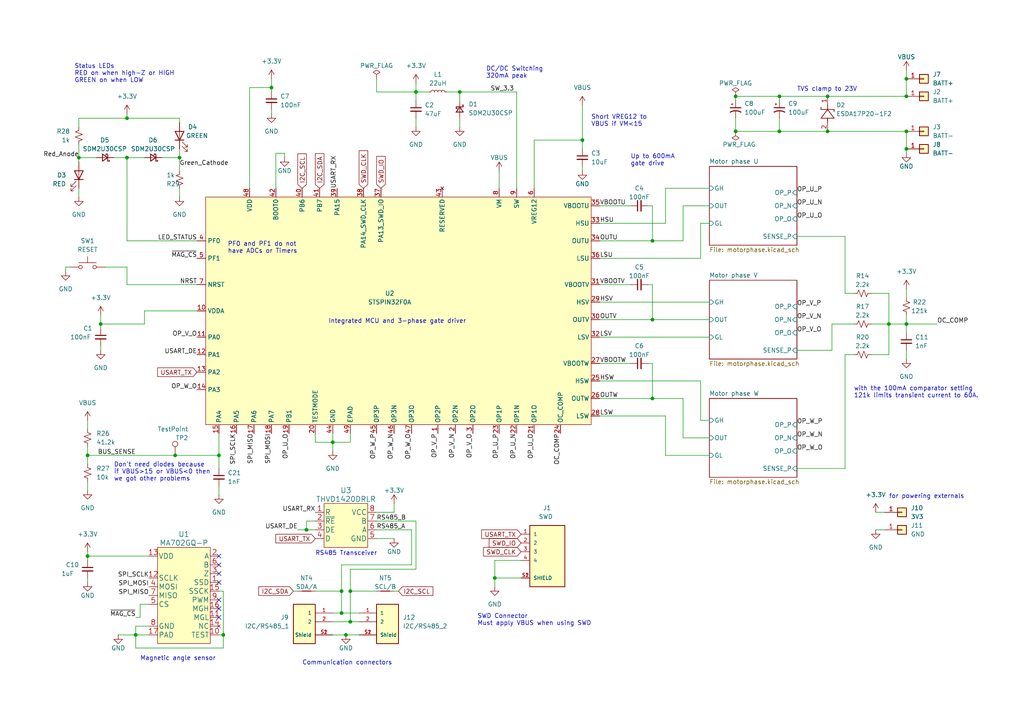
<source format=kicad_sch>
(kicad_sch (version 20230121) (generator eeschema)
  (paper "A4")
  (title_block (title "Ø32 BLDC Motor Controller") (date "2022-11-26") (rev "2"))
  (lib_symbols
    (symbol "Connector:TestPoint" (pin_numbers hide) (pin_names (offset 0.762) hide)
      (property "Reference" "TP" (at 0 6.858 0))
      (property "Value" "TestPoint" (at 0 5.08 0))
      (symbol "TestPoint_0_1"
        (circle (center 0 3.302) (radius 0.762))
      )
      (symbol "TestPoint_1_1"
        (pin passive line (at 0 0 90) (length 2.54) (name "1") (number "1"))
      )
    )
    (symbol "Connector_Generic:Conn_01x01" (pin_names (offset 1.016) hide)
      (property "Reference" "J" (at 0 2.54 0))
      (property "Value" "Conn_01x01" (at 0 -2.54 0))
      (symbol "Conn_01x01_1_1"
        (rectangle (start -1.27 0.127) (end 0 -0.127) (stroke (width 0.1524)))
        (rectangle (start -1.27 1.27) (end 1.27 -1.27) (stroke (width 0.254)) (fill (type background)))
        (pin passive line (at -5.08 0 0) (length 3.81) (name "Pin_1") (number "1"))
      )
    )
    (symbol "Device:C_Polarized_Small_US" (pin_numbers hide) (pin_names (offset 0.254) hide)
      (property "Reference" "C" (at 0.254 1.778 0))
      (property "Value" "C_Polarized_Small_US" (at 0.254 -2.032 0))
      (symbol "C_Polarized_Small_US_0_1"
        (polyline (pts (xy -1.524 0.508) (xy 1.524 0.508)) (stroke (width 0.3048)))
        (polyline (pts (xy -1.27 1.524) (xy -0.762 1.524)))
        (polyline (pts (xy -1.016 1.27) (xy -1.016 1.778)))
        (arc (start 1.524 -0.762) (mid 0 -0.3734) (end -1.524 -0.762) (stroke (width 0.3048)))
      )
      (symbol "C_Polarized_Small_US_1_1"
        (pin passive line (at 0 2.54 270) (length 2.032) (name "~") (number "1"))
        (pin passive line (at 0 -2.54 90) (length 2.032) (name "~") (number "2"))
      )
    )
    (symbol "Device:C_Small" (pin_numbers hide) (pin_names (offset 0.254) hide)
      (property "Reference" "C" (at 0.254 1.778 0))
      (property "Value" "C_Small" (at 0.254 -2.032 0))
      (symbol "C_Small_0_1"
        (polyline (pts (xy -1.524 -0.508) (xy 1.524 -0.508)) (stroke (width 0.3302)))
        (polyline (pts (xy -1.524 0.508) (xy 1.524 0.508)) (stroke (width 0.3048)))
      )
      (symbol "C_Small_1_1"
        (pin passive line (at 0 2.54 270) (length 2.032) (name "~") (number "1"))
        (pin passive line (at 0 -2.54 90) (length 2.032) (name "~") (number "2"))
      )
    )
    (symbol "Device:D_Schottky_Small" (pin_numbers hide) (pin_names (offset 0.254) hide)
      (property "Reference" "D" (at -1.27 2.032 0))
      (property "Value" "D_Schottky_Small" (at -7.112 -2.032 0))
      (symbol "D_Schottky_Small_0_1"
        (polyline (pts (xy -0.762 0) (xy 0.762 0)))
        (polyline (pts (xy 0.762 -1.016) (xy -0.762 0) (xy 0.762 1.016) (xy 0.762 -1.016)) (stroke (width 0.254)))
        (polyline (pts (xy -1.27 0.762) (xy -1.27 1.016) (xy -0.762 1.016) (xy -0.762 -1.016) (xy -0.254 -1.016) (xy -0.254 -0.762)) (stroke (width 0.254)))
      )
      (symbol "D_Schottky_Small_1_1"
        (pin passive line (at -2.54 0 0) (length 1.778) (name "K") (number "1"))
        (pin passive line (at 2.54 0 180) (length 1.778) (name "A") (number "2"))
      )
    )
    (symbol "Device:LED" (pin_numbers hide) (pin_names (offset 1.016) hide)
      (property "Reference" "D" (at 0 2.54 0))
      (property "Value" "LED" (at 0 -2.54 0))
      (symbol "LED_0_1"
        (polyline (pts (xy -1.27 -1.27) (xy -1.27 1.27)) (stroke (width 0.254)))
        (polyline (pts (xy -1.27 0) (xy 1.27 0)))
        (polyline (pts (xy 1.27 -1.27) (xy 1.27 1.27) (xy -1.27 0) (xy 1.27 -1.27)) (stroke (width 0.254)))
        (polyline (pts (xy -3.048 -0.762) (xy -4.572 -2.286) (xy -3.81 -2.286) (xy -4.572 -2.286) (xy -4.572 -1.524)))
        (polyline (pts (xy -1.778 -0.762) (xy -3.302 -2.286) (xy -2.54 -2.286) (xy -3.302 -2.286) (xy -3.302 -1.524)))
      )
      (symbol "LED_1_1"
        (pin passive line (at -3.81 0 0) (length 2.54) (name "K") (number "1"))
        (pin passive line (at 3.81 0 180) (length 2.54) (name "A") (number "2"))
      )
    )
    (symbol "Device:L_Small" (pin_numbers hide) (pin_names (offset 0.254) hide)
      (property "Reference" "L" (at 0.762 1.016 0))
      (property "Value" "L_Small" (at 0.762 -1.016 0))
      (symbol "L_Small_0_1"
        (arc (start 0 -2.032) (mid 0.5058 -1.524) (end 0 -1.016))
        (arc (start 0 -1.016) (mid 0.5058 -0.508) (end 0 0))
        (arc (start 0 0) (mid 0.5058 0.508) (end 0 1.016))
        (arc (start 0 1.016) (mid 0.5058 1.524) (end 0 2.032))
      )
      (symbol "L_Small_1_1"
        (pin passive line (at 0 2.54 270) (length 0.508) (name "~") (number "1"))
        (pin passive line (at 0 -2.54 90) (length 0.508) (name "~") (number "2"))
      )
    )
    (symbol "Device:NetTie_2" (pin_numbers hide) (pin_names (offset 0) hide) (in_bom no)
      (property "Reference" "NT" (at 0 1.27 0))
      (property "Value" "NetTie_2" (at 0 -1.27 0))
      (symbol "NetTie_2_0_1"
        (polyline (pts (xy -1.27 0) (xy 1.27 0)) (stroke (width 0.254)))
      )
      (symbol "NetTie_2_1_1"
        (pin passive line (at -2.54 0 0) (length 2.54) (name "1") (number "1"))
        (pin passive line (at 2.54 0 180) (length 2.54) (name "2") (number "2"))
      )
    )
    (symbol "Device:R_Small_US" (pin_numbers hide) (pin_names (offset 0.254) hide)
      (property "Reference" "R" (at 0.762 0.508 0))
      (property "Value" "R_Small_US" (at 0.762 -1.016 0))
      (symbol "R_Small_US_1_1"
        (polyline (pts (xy 0 0) (xy 1.016 -0.381) (xy 0 -0.762) (xy -1.016 -1.143) (xy 0 -1.524)))
        (polyline (pts (xy 0 1.524) (xy 1.016 1.143) (xy 0 0.762) (xy -1.016 0.381) (xy 0 0)))
        (pin passive line (at 0 2.54 270) (length 1.016) (name "~") (number "1"))
        (pin passive line (at 0 -2.54 90) (length 1.016) (name "~") (number "2"))
      )
    )
    (symbol "O32controller:ESDA17P20-1F2" (pin_names (offset 0.254))
      (property "Value" "ESDA17P20-1F2" (at 5.08 -3.81 0))
      (symbol "ESDA17P20-1F2_0_1"
        (polyline (pts (xy 2.54 0) (xy 3.4798 0)) (stroke (width 0.2032)))
        (polyline (pts (xy 3.175 0) (xy 3.81 0)) (stroke (width 0.2032)))
        (polyline (pts (xy 3.81 -1.905) (xy 6.35 0)) (stroke (width 0.2032)))
        (polyline (pts (xy 3.81 1.905) (xy 3.81 -1.905)) (stroke (width 0.2032)))
        (polyline (pts (xy 6.35 -1.905) (xy 5.715 -1.905)) (stroke (width 0.2032)))
        (polyline (pts (xy 6.35 -1.905) (xy 6.35 1.905)) (stroke (width 0.2032)))
        (polyline (pts (xy 6.35 0) (xy 3.81 1.905)) (stroke (width 0.2032)))
        (polyline (pts (xy 6.35 0) (xy 7.62 0)) (stroke (width 0.2032)))
        (polyline (pts (xy 6.35 1.905) (xy 6.985 1.905)) (stroke (width 0.2032)))
        (pin unspecified line (at 10.16 0 180) (length 2.54) (name "") (number "1"))
        (pin unspecified line (at 0 0 0) (length 2.54) (name "") (number "2"))
      )
    )
    (symbol "O32controller:JST_SM02B-SRSS-TB(LF)(SN)" (pin_names (offset 1.016))
      (property "Reference" "J" (at 0 8.89 0))
      (property "Value" "JST_SM02B-SRSS-TB(LF)(SN)" (at -13.9092 6.3682 0))
      (symbol "JST_SM02B-SRSS-TB(LF)(SN)_0_0"
        (rectangle (start -2.54 5.08) (end 3.81 -6.35) (stroke (width 0.254)) (fill (type background)))
        (pin bidirectional line (at -7.62 2.54 0) (length 5.08) (name "1") (number "1"))
        (pin bidirectional line (at -7.62 0 0) (length 5.08) (name "2") (number "2"))
        (pin power_in line (at -7.62 -3.81 0) (length 5.08) (name "Shield") (number "S1"))
        (pin power_in line (at -7.62 -3.81 0) (length 5.08) (name "Shield") (number "S2"))
      )
    )
    (symbol "O32controller:JST_SM04B-SRSS-TB(LF)(SN)" (pin_names (offset 1.016))
      (property "Reference" "J" (at -1.27 11.43 0))
      (property "Value" "JST_SM04B-SRSS-TB(LF)(SN)" (at -13.97 8.89 0))
      (symbol "JST_SM04B-SRSS-TB(LF)(SN)_0_0"
        (rectangle (start -5.08 -10.16) (end 5.08 7.62) (stroke (width 0.254)) (fill (type background)))
        (pin passive line (at -7.62 5.08 0) (length 2.54) (name "1") (number "1"))
        (pin passive line (at -7.62 2.54 0) (length 2.54) (name "2") (number "2"))
        (pin passive line (at -7.62 0 0) (length 2.54) (name "3") (number "3"))
        (pin passive line (at -7.62 -2.54 0) (length 2.54) (name "4") (number "4"))
        (pin passive line (at -7.62 -7.62 0) (length 2.54) (name "SHIELD") (number "S1"))
        (pin passive line (at -7.62 -7.62 0) (length 2.54) (name "SHIELD") (number "S2"))
      )
    )
    (symbol "O32controller:MA702GQ-P" (pin_names (offset 0.254))
      (property "Reference" "U" (at 0 22.86 0))
      (property "Value" "MA702GQ-P" (at 0 20.32 0))
      (symbol "MA702GQ-P_1_1"
        (rectangle (start -7.62 17.78) (end 7.62 -10.16) (fill (type background)))
        (pin output line (at 10.16 7.62 180) (length 2.54) (name "SSD") (number "1"))
        (pin input line (at 10.16 -7.62 180) (length 2.54) (name "TEST") (number "10"))
        (pin output line (at 10.16 -2.54 180) (length 2.54) (name "MGL") (number "11"))
        (pin input line (at -10.16 8.89 0) (length 2.54) (name "SCLK") (number "12"))
        (pin power_in line (at -10.16 15.24 0) (length 2.54) (name "VDD") (number "13"))
        (pin no_connect line (at 10.16 -5.08 180) (length 2.54) (name "NC") (number "14"))
        (pin input line (at 10.16 5.08 180) (length 2.54) (name "SSCK") (number "15"))
        (pin output line (at 10.16 0 180) (length 2.54) (name "MGH") (number "16"))
        (pin power_in line (at -10.16 -7.62 0) (length 2.54) (name "PAD") (number "17"))
        (pin output line (at 10.16 15.24 180) (length 2.54) (name "A") (number "2"))
        (pin output line (at 10.16 10.16 180) (length 2.54) (name "Z") (number "3"))
        (pin input line (at -10.16 6.35 0) (length 2.54) (name "MOSI") (number "4"))
        (pin input line (at -10.16 1.27 0) (length 2.54) (name "CS") (number "5"))
        (pin output line (at 10.16 12.7 180) (length 2.54) (name "B") (number "6"))
        (pin output line (at -10.16 3.81 0) (length 2.54) (name "MISO") (number "7"))
        (pin power_in line (at -10.16 -5.08 0) (length 2.54) (name "GND") (number "8"))
        (pin output line (at 10.16 2.54 180) (length 2.54) (name "PWM") (number "9"))
      )
    )
    (symbol "O32controller:STSPIN32F0A"
      (property "Reference" "U" (at -5.08 7.62 0))
      (property "Value" "STSPIN32F0A" (at 2.54 7.62 0))
      (symbol "STSPIN32F0A_0_1"
        (rectangle (start -53.34 30.48) (end 58.42 -35.56) (fill (type background)))
      )
      (symbol "STSPIN32F0A_1_1"
        (pin input line (at 13.97 -38.1 90) (length 2.54) (name "OP2P") (number "1"))
        (pin power_in line (at -55.88 -2.54 0) (length 2.54) (name "VDDA") (number "10"))
        (pin bidirectional line (at -55.88 -10.16 0) (length 2.54) (name "PA0") (number "11"))
        (pin bidirectional line (at -55.88 -15.24 0) (length 2.54) (name "PA1") (number "12"))
        (pin bidirectional line (at -55.88 -20.32 0) (length 2.54) (name "PA2") (number "13"))
        (pin bidirectional line (at -55.88 -25.4 0) (length 2.54) (name "PA3") (number "14"))
        (pin bidirectional line (at -49.53 -38.1 90) (length 2.54) (name "PA4") (number "15"))
        (pin bidirectional line (at -44.45 -38.1 90) (length 2.54) (name "PA5") (number "16"))
        (pin bidirectional line (at -39.37 -38.1 90) (length 2.54) (name "PA6") (number "17"))
        (pin bidirectional line (at -34.29 -38.1 90) (length 2.54) (name "PA7") (number "18"))
        (pin bidirectional line (at -29.21 -38.1 90) (length 2.54) (name "PB1") (number "19"))
        (pin input line (at 19.05 -38.1 90) (length 2.54) (name "OP2N") (number "2"))
        (pin input line (at -21.59 -38.1 90) (length 2.54) (name "TESTMODE") (number "20"))
        (pin output line (at 41.91 -38.1 90) (length 2.54) (name "OP1O") (number "21"))
        (pin input line (at 36.83 -38.1 90) (length 2.54) (name "OP1N") (number "22"))
        (pin input line (at 31.75 -38.1 90) (length 2.54) (name "OP1P") (number "23"))
        (pin input line (at 49.53 -38.1 90) (length 2.54) (name "OC_COMP") (number "24"))
        (pin output line (at 60.96 -22.86 180) (length 2.54) (name "HSW") (number "25"))
        (pin input line (at 60.96 -27.94 180) (length 2.54) (name "OUTW") (number "26"))
        (pin power_out line (at 60.96 -17.78 180) (length 2.54) (name "VBOOTW") (number "27"))
        (pin output line (at 60.96 -33.02 180) (length 2.54) (name "LSW") (number "28"))
        (pin output line (at 60.96 0 180) (length 2.54) (name "HSV") (number "29"))
        (pin output line (at 24.13 -38.1 90) (length 2.54) (name "OP2O") (number "3"))
        (pin input line (at 60.96 -5.08 180) (length 2.54) (name "OUTV") (number "30"))
        (pin power_out line (at 60.96 5.08 180) (length 2.54) (name "VBOOTV") (number "31"))
        (pin output line (at 60.96 -10.16 180) (length 2.54) (name "LSV") (number "32"))
        (pin output line (at 60.96 22.86 180) (length 2.54) (name "HSU") (number "33"))
        (pin input line (at 60.96 17.78 180) (length 2.54) (name "OUTU") (number "34"))
        (pin power_out line (at 60.96 27.94 180) (length 2.54) (name "VBOOTU") (number "35"))
        (pin output line (at 60.96 12.7 180) (length 2.54) (name "LSU") (number "36"))
        (pin bidirectional line (at -2.54 33.02 270) (length 2.54) (name "PA13_SWD_IO") (number "37"))
        (pin bidirectional line (at -7.62 33.02 270) (length 2.54) (name "PA14_SWD_CLK") (number "38"))
        (pin bidirectional line (at -15.24 33.02 270) (length 2.54) (name "PA15") (number "39"))
        (pin bidirectional line (at -55.88 17.78 0) (length 2.54) (name "PF0") (number "4"))
        (pin bidirectional line (at -25.4 33.02 270) (length 2.54) (name "PB6") (number "40"))
        (pin bidirectional line (at -20.32 33.02 270) (length 2.54) (name "PB7") (number "41"))
        (pin input line (at -33.02 33.02 270) (length 2.54) (name "BOOT0") (number "42"))
        (pin no_connect line (at 15.24 33.02 270) (length 2.54) (name "RESERVED") (number "43"))
        (pin power_in line (at -16.51 -38.1 90) (length 2.54) (name "GND") (number "44"))
        (pin input line (at -3.81 -38.1 90) (length 2.54) (name "OP3P") (number "45"))
        (pin input line (at 1.27 -38.1 90) (length 2.54) (name "OP3N") (number "46"))
        (pin output line (at 6.35 -38.1 90) (length 2.54) (name "OP3O") (number "47"))
        (pin power_in line (at -40.64 33.02 270) (length 2.54) (name "VDD") (number "48"))
        (pin power_in line (at -11.43 -38.1 90) (length 2.54) (name "EPAD") (number "49"))
        (pin bidirectional line (at -55.88 12.7 0) (length 2.54) (name "PF1") (number "5"))
        (pin power_in line (at 41.91 33.02 270) (length 2.54) (name "VREG12") (number "6"))
        (pin input line (at -55.88 5.08 0) (length 2.54) (name "NRST") (number "7"))
        (pin power_in line (at 31.75 33.02 270) (length 2.54) (name "VM") (number "8"))
        (pin output line (at 36.83 33.02 270) (length 2.54) (name "SW") (number "9"))
      )
    )
    (symbol "O32controller:THVD1420DRLR" (pin_names (offset 0.254))
      (property "Reference" "U" (at 0 10.16 0))
      (property "Value" "THVD1420DRLR" (at -1.27 12.7 0))
      (symbol "THVD1420DRLR_1_1"
        (rectangle (start -6.35 6.35) (end 6.35 -6.35) (fill (type background)))
        (pin output line (at -8.89 3.81 0) (length 2.54) (name "R") (number "1"))
        (pin input line (at -8.89 1.27 0) (length 2.54) (name "~{RE}") (number "2"))
        (pin input line (at -8.89 -1.27 0) (length 2.54) (name "DE") (number "3"))
        (pin input line (at -8.89 -3.81 0) (length 2.54) (name "D") (number "4"))
        (pin power_in line (at 8.89 -3.81 180) (length 2.54) (name "GND") (number "5"))
        (pin bidirectional line (at 8.89 -1.27 180) (length 2.54) (name "A") (number "6"))
        (pin bidirectional line (at 8.89 1.27 180) (length 2.54) (name "B") (number "7"))
        (pin power_in line (at 8.89 3.81 180) (length 2.54) (name "VCC") (number "8"))
      )
    )
    (symbol "Switch:SW_Push" (pin_numbers hide) (pin_names (offset 1.016) hide)
      (property "Reference" "SW" (at 1.27 2.54 0))
      (property "Value" "SW_Push" (at 0 -1.524 0))
      (symbol "SW_Push_0_1"
        (circle (center -2.032 0) (radius 0.508))
        (polyline (pts (xy 0 1.27) (xy 0 3.048)))
        (polyline (pts (xy 2.54 1.27) (xy -2.54 1.27)))
        (circle (center 2.032 0) (radius 0.508))
        (pin passive line (at -5.08 0 0) (length 2.54) (name "1") (number "1"))
        (pin passive line (at 5.08 0 180) (length 2.54) (name "2") (number "2"))
      )
    )
    (symbol "power:+3.3V" (power) (pin_names (offset 0))
      (property "Value" "+3.3V" (at 0 3.556 0))
      (symbol "+3.3V_0_1"
        (polyline (pts (xy -0.762 1.27) (xy 0 2.54)))
        (polyline (pts (xy 0 0) (xy 0 2.54)))
        (polyline (pts (xy 0 2.54) (xy 0.762 1.27)))
      )
      (symbol "+3.3V_1_1"
        (pin power_in line (at 0 0 90) (length 0) hide (name "+3.3V") (number "1"))
      )
    )
    (symbol "power:GND" (power) (pin_names (offset 0))
      (property "Value" "GND" (at 0 -3.81 0))
      (symbol "GND_0_1"
        (polyline (pts (xy 0 0) (xy 0 -1.27) (xy 1.27 -1.27) (xy 0 -2.54) (xy -1.27 -1.27) (xy 0 -1.27)))
      )
      (symbol "GND_1_1"
        (pin power_in line (at 0 0 270) (length 0) hide (name "GND") (number "1"))
      )
    )
    (symbol "power:PWR_FLAG" (power) (pin_numbers hide) (pin_names (offset 0) hide)
      (property "Value" "PWR_FLAG" (at 0 3.81 0))
      (symbol "PWR_FLAG_0_0"
        (pin power_out line (at 0 0 90) (length 0) (name "pwr") (number "1"))
      )
      (symbol "PWR_FLAG_0_1"
        (polyline (pts (xy 0 0) (xy 0 1.27) (xy -1.016 1.905) (xy 0 2.54) (xy 1.016 1.905) (xy 0 1.27)))
      )
    )
    (symbol "power:VBUS" (power) (pin_names (offset 0))
      (property "Value" "VBUS" (at 0 3.81 0))
      (symbol "VBUS_0_1"
        (polyline (pts (xy -0.762 1.27) (xy 0 2.54)))
        (polyline (pts (xy 0 0) (xy 0 2.54)))
        (polyline (pts (xy 0 2.54) (xy 0.762 1.27)))
      )
      (symbol "VBUS_1_1"
        (pin power_in line (at 0 0 90) (length 0) hide (name "VBUS") (number "1"))
      )
    )
  )
  (junction (at 36.83 34.29))
  (junction (at 262.89 22.86))
  (junction (at 168.91 40.64))
  (junction (at 120.65 26.67))
  (junction (at 39.37 184.15))
  (junction (at 99.06 171.45))
  (junction (at 25.4 132.08))
  (junction (at 143.51 167.64))
  (junction (at 52.07 45.72))
  (junction (at 257.81 93.98))
  (junction (at 99.06 177.8))
  (junction (at 189.23 115.57))
  (junction (at 226.06 38.1))
  (junction (at 64.77 184.15))
  (junction (at 240.03 38.1))
  (junction (at 36.83 45.72))
  (junction (at 133.35 26.67))
  (junction (at 25.4 161.29))
  (junction (at 63.5 132.08))
  (junction (at 101.6 171.45))
  (junction (at 262.89 38.1))
  (junction (at 78.74 25.4))
  (junction (at 189.23 69.85))
  (junction (at 100.33 184.15))
  (junction (at 262.89 43.18))
  (junction (at 262.89 27.94))
  (junction (at 262.89 93.98))
  (junction (at 50.8 132.08))
  (junction (at 240.03 27.94))
  (junction (at 96.52 128.27))
  (junction (at 22.86 45.72))
  (junction (at 29.21 93.98))
  (junction (at 213.36 27.94))
  (junction (at 226.06 27.94))
  (junction (at 88.9 153.67))
  (junction (at 189.23 92.71))
  (junction (at 213.36 38.1))
  (junction (at 101.6 180.34))
  (no_connect (at 63.5 161.29))
  (no_connect (at 63.5 168.91))
  (no_connect (at 63.5 166.37))
  (no_connect (at 63.5 163.83))
  (no_connect (at 63.5 176.53))
  (no_connect (at 63.5 173.99))
  (no_connect (at 63.5 179.07))
  (wire (pts (xy 41.91 93.98) (xy 29.21 93.98)))
  (wire (pts (xy 101.6 128.27) (xy 101.6 125.73)))
  (wire (pts (xy 173.99 82.55) (xy 182.88 82.55)))
  (wire (pts (xy 25.4 160.02) (xy 25.4 161.29)))
  (wire (pts (xy 173.99 74.93) (xy 203.2 74.93)))
  (wire (pts (xy 29.21 100.33) (xy 29.21 101.6)))
  (wire (pts (xy 78.74 22.86) (xy 78.74 25.4)))
  (wire (pts (xy 25.4 132.08) (xy 50.8 132.08)))
  (wire (pts (xy 154.94 40.64) (xy 154.94 54.61)))
  (wire (pts (xy 133.35 34.29) (xy 133.35 36.83)))
  (wire (pts (xy 39.37 184.15) (xy 43.18 184.15)))
  (wire (pts (xy 86.36 171.45) (xy 85.09 171.45)))
  (wire (pts (xy 129.54 26.67) (xy 133.35 26.67)))
  (wire (pts (xy 72.39 25.4) (xy 72.39 54.61)))
  (wire (pts (xy 63.5 171.45) (xy 64.77 171.45)))
  (wire (pts (xy 101.6 180.34) (xy 104.14 180.34)))
  (wire (pts (xy 39.37 181.61) (xy 39.37 184.15)))
  (wire (pts (xy 168.91 48.26) (xy 168.91 49.53)))
  (wire (pts (xy 203.2 121.92) (xy 205.74 121.92)))
  (wire (pts (xy 189.23 105.41) (xy 187.96 105.41)))
  (wire (pts (xy 189.23 59.69) (xy 189.23 69.85)))
  (wire (pts (xy 133.35 26.67) (xy 133.35 29.21)))
  (wire (pts (xy 193.04 64.77) (xy 193.04 54.61)))
  (wire (pts (xy 36.83 34.29) (xy 52.07 34.29)))
  (wire (pts (xy 96.52 128.27) (xy 101.6 128.27)))
  (wire (pts (xy 86.36 153.67) (xy 88.9 153.67)))
  (wire (pts (xy 262.89 93.98) (xy 271.78 93.98)))
  (wire (pts (xy 99.06 171.45) (xy 91.44 171.45)))
  (wire (pts (xy 262.89 20.32) (xy 262.89 22.86)))
  (wire (pts (xy 173.99 69.85) (xy 189.23 69.85)))
  (wire (pts (xy 99.06 171.45) (xy 99.06 177.8)))
  (wire (pts (xy 257.81 93.98) (xy 262.89 93.98)))
  (wire (pts (xy 52.07 45.72) (xy 52.07 49.53)))
  (wire (pts (xy 39.37 184.15) (xy 34.29 184.15)))
  (wire (pts (xy 144.78 49.53) (xy 144.78 54.61)))
  (wire (pts (xy 29.21 91.44) (xy 29.21 93.98)))
  (wire (pts (xy 52.07 43.18) (xy 52.07 45.72)))
  (wire (pts (xy 36.83 69.85) (xy 57.15 69.85)))
  (wire (pts (xy 63.5 140.97) (xy 63.5 143.51)))
  (wire (pts (xy 40.64 175.26) (xy 43.18 175.26)))
  (wire (pts (xy 64.77 187.96) (xy 64.77 184.15)))
  (wire (pts (xy 25.4 161.29) (xy 43.18 161.29)))
  (wire (pts (xy 198.12 115.57) (xy 189.23 115.57)))
  (wire (pts (xy 82.55 45.72) (xy 82.55 44.45)))
  (wire (pts (xy 36.83 77.47) (xy 30.48 77.47)))
  (wire (pts (xy 39.37 187.96) (xy 64.77 187.96)))
  (wire (pts (xy 109.22 153.67) (xy 119.38 153.67)))
  (wire (pts (xy 96.52 128.27) (xy 96.52 130.81)))
  (wire (pts (xy 25.4 129.54) (xy 25.4 132.08)))
  (wire (pts (xy 25.4 167.64) (xy 25.4 168.91)))
  (wire (pts (xy 120.65 34.29) (xy 120.65 36.83)))
  (wire (pts (xy 96.52 177.8) (xy 99.06 177.8)))
  (wire (pts (xy 80.01 44.45) (xy 80.01 54.61)))
  (wire (pts (xy 189.23 92.71) (xy 205.74 92.71)))
  (wire (pts (xy 39.37 184.15) (xy 39.37 187.96)))
  (wire (pts (xy 19.05 78.74) (xy 19.05 77.47)))
  (wire (pts (xy 173.99 110.49) (xy 203.2 110.49)))
  (wire (pts (xy 133.35 26.67) (xy 149.86 26.67)))
  (wire (pts (xy 39.37 179.07) (xy 40.64 179.07)))
  (wire (pts (xy 173.99 64.77) (xy 193.04 64.77)))
  (wire (pts (xy 29.21 93.98) (xy 29.21 95.25)))
  (wire (pts (xy 33.02 45.72) (xy 36.83 45.72)))
  (wire (pts (xy 262.89 22.86) (xy 262.89 27.94)))
  (wire (pts (xy 120.65 26.67) (xy 124.46 26.67)))
  (wire (pts (xy 198.12 59.69) (xy 205.74 59.69)))
  (wire (pts (xy 52.07 34.29) (xy 52.07 35.56)))
  (wire (pts (xy 22.86 45.72) (xy 22.86 46.99)))
  (wire (pts (xy 262.89 91.44) (xy 262.89 93.98)))
  (wire (pts (xy 72.39 25.4) (xy 78.74 25.4)))
  (wire (pts (xy 109.22 22.86) (xy 109.22 26.67)))
  (wire (pts (xy 36.83 82.55) (xy 57.15 82.55)))
  (wire (pts (xy 151.13 162.56) (xy 143.51 162.56)))
  (wire (pts (xy 189.23 82.55) (xy 189.23 92.71)))
  (wire (pts (xy 226.06 27.94) (xy 240.03 27.94)))
  (wire (pts (xy 173.99 115.57) (xy 189.23 115.57)))
  (wire (pts (xy 203.2 64.77) (xy 205.74 64.77)))
  (wire (pts (xy 36.83 69.85) (xy 36.83 45.72)))
  (wire (pts (xy 78.74 31.75) (xy 78.74 33.02)))
  (wire (pts (xy 203.2 74.93) (xy 203.2 64.77)))
  (wire (pts (xy 168.91 40.64) (xy 154.94 40.64)))
  (wire (pts (xy 109.22 151.13) (xy 120.65 151.13)))
  (wire (pts (xy 101.6 171.45) (xy 109.22 171.45)))
  (wire (pts (xy 91.44 151.13) (xy 88.9 151.13)))
  (wire (pts (xy 193.04 120.65) (xy 193.04 132.08)))
  (wire (pts (xy 64.77 171.45) (xy 64.77 184.15)))
  (wire (pts (xy 193.04 54.61) (xy 205.74 54.61)))
  (wire (pts (xy 120.65 24.13) (xy 120.65 26.67)))
  (wire (pts (xy 231.14 135.89) (xy 245.11 135.89)))
  (wire (pts (xy 120.65 165.1) (xy 101.6 165.1)))
  (wire (pts (xy 119.38 153.67) (xy 119.38 163.83)))
  (wire (pts (xy 240.03 38.1) (xy 262.89 38.1)))
  (wire (pts (xy 213.36 29.21) (xy 213.36 27.94)))
  (wire (pts (xy 262.89 83.82) (xy 262.89 86.36)))
  (wire (pts (xy 226.06 34.29) (xy 226.06 38.1)))
  (wire (pts (xy 36.83 82.55) (xy 36.83 77.47)))
  (wire (pts (xy 198.12 69.85) (xy 198.12 59.69)))
  (wire (pts (xy 120.65 151.13) (xy 120.65 165.1)))
  (wire (pts (xy 22.86 34.29) (xy 22.86 36.83)))
  (wire (pts (xy 19.05 77.47) (xy 20.32 77.47)))
  (wire (pts (xy 193.04 132.08) (xy 205.74 132.08)))
  (wire (pts (xy 226.06 29.21) (xy 226.06 27.94)))
  (wire (pts (xy 100.33 184.15) (xy 104.14 184.15)))
  (wire (pts (xy 240.03 27.94) (xy 262.89 27.94)))
  (wire (pts (xy 96.52 125.73) (xy 96.52 128.27)))
  (wire (pts (xy 22.86 34.29) (xy 36.83 34.29)))
  (wire (pts (xy 245.11 102.87) (xy 247.65 102.87)))
  (wire (pts (xy 198.12 127) (xy 198.12 115.57)))
  (wire (pts (xy 262.89 38.1) (xy 262.89 43.18)))
  (wire (pts (xy 64.77 184.15) (xy 63.5 184.15)))
  (wire (pts (xy 91.44 125.73) (xy 91.44 128.27)))
  (wire (pts (xy 99.06 163.83) (xy 99.06 171.45)))
  (wire (pts (xy 254 153.67) (xy 256.54 153.67)))
  (wire (pts (xy 25.4 139.7) (xy 25.4 142.24)))
  (wire (pts (xy 245.11 85.09) (xy 247.65 85.09)))
  (wire (pts (xy 120.65 26.67) (xy 120.65 29.21)))
  (wire (pts (xy 262.89 101.6) (xy 262.89 104.14)))
  (wire (pts (xy 173.99 59.69) (xy 182.88 59.69)))
  (wire (pts (xy 22.86 54.61) (xy 22.86 57.15)))
  (wire (pts (xy 189.23 82.55) (xy 187.96 82.55)))
  (wire (pts (xy 63.5 125.73) (xy 63.5 132.08)))
  (wire (pts (xy 173.99 97.79) (xy 205.74 97.79)))
  (wire (pts (xy 189.23 59.69) (xy 187.96 59.69)))
  (wire (pts (xy 109.22 156.21) (xy 114.3 156.21)))
  (wire (pts (xy 143.51 162.56) (xy 143.51 167.64)))
  (wire (pts (xy 36.83 45.72) (xy 41.91 45.72)))
  (wire (pts (xy 252.73 85.09) (xy 257.81 85.09)))
  (wire (pts (xy 41.91 90.17) (xy 41.91 93.98)))
  (wire (pts (xy 205.74 127) (xy 198.12 127)))
  (wire (pts (xy 119.38 163.83) (xy 99.06 163.83)))
  (wire (pts (xy 88.9 151.13) (xy 88.9 153.67)))
  (wire (pts (xy 99.06 177.8) (xy 104.14 177.8)))
  (wire (pts (xy 40.64 179.07) (xy 40.64 175.26)))
  (wire (pts (xy 262.89 43.18) (xy 262.89 44.45)))
  (wire (pts (xy 173.99 105.41) (xy 182.88 105.41)))
  (wire (pts (xy 189.23 69.85) (xy 198.12 69.85)))
  (wire (pts (xy 252.73 102.87) (xy 257.81 102.87)))
  (wire (pts (xy 173.99 92.71) (xy 189.23 92.71)))
  (wire (pts (xy 213.36 27.94) (xy 226.06 27.94)))
  (wire (pts (xy 168.91 43.18) (xy 168.91 40.64)))
  (wire (pts (xy 82.55 44.45) (xy 80.01 44.45)))
  (wire (pts (xy 262.89 93.98) (xy 262.89 96.52)))
  (wire (pts (xy 257.81 102.87) (xy 257.81 93.98)))
  (wire (pts (xy 114.3 148.59) (xy 109.22 148.59)))
  (wire (pts (xy 173.99 120.65) (xy 193.04 120.65)))
  (wire (pts (xy 25.4 121.92) (xy 25.4 124.46)))
  (wire (pts (xy 25.4 161.29) (xy 25.4 162.56)))
  (wire (pts (xy 109.22 26.67) (xy 120.65 26.67)))
  (wire (pts (xy 101.6 165.1) (xy 101.6 171.45)))
  (wire (pts (xy 91.44 128.27) (xy 96.52 128.27)))
  (wire (pts (xy 22.86 41.91) (xy 22.86 45.72)))
  (wire (pts (xy 143.51 167.64) (xy 151.13 167.64)))
  (wire (pts (xy 241.3 101.6) (xy 241.3 93.98)))
  (wire (pts (xy 50.8 132.08) (xy 63.5 132.08)))
  (wire (pts (xy 52.07 54.61) (xy 52.07 57.15)))
  (wire (pts (xy 203.2 110.49) (xy 203.2 121.92)))
  (wire (pts (xy 46.99 45.72) (xy 52.07 45.72)))
  (wire (pts (xy 149.86 54.61) (xy 149.86 26.67)))
  (wire (pts (xy 96.52 184.15) (xy 100.33 184.15)))
  (wire (pts (xy 213.36 38.1) (xy 226.06 38.1)))
  (wire (pts (xy 245.11 68.58) (xy 245.11 85.09)))
  (wire (pts (xy 43.18 181.61) (xy 39.37 181.61)))
  (wire (pts (xy 57.15 90.17) (xy 41.91 90.17)))
  (wire (pts (xy 241.3 93.98) (xy 247.65 93.98)))
  (wire (pts (xy 168.91 30.48) (xy 168.91 40.64)))
  (wire (pts (xy 25.4 132.08) (xy 25.4 134.62)))
  (wire (pts (xy 213.36 34.29) (xy 213.36 38.1)))
  (wire (pts (xy 36.83 33.02) (xy 36.83 34.29)))
  (wire (pts (xy 254 148.59) (xy 256.54 148.59)))
  (wire (pts (xy 78.74 25.4) (xy 78.74 26.67)))
  (wire (pts (xy 96.52 180.34) (xy 101.6 180.34)))
  (wire (pts (xy 63.5 132.08) (xy 63.5 135.89)))
  (wire (pts (xy 226.06 38.1) (xy 240.03 38.1)))
  (wire (pts (xy 257.81 93.98) (xy 252.73 93.98)))
  (wire (pts (xy 114.3 146.05) (xy 114.3 148.59)))
  (wire (pts (xy 143.51 170.18) (xy 143.51 167.64)))
  (wire (pts (xy 231.14 68.58) (xy 245.11 68.58)))
  (wire (pts (xy 245.11 135.89) (xy 245.11 102.87)))
  (wire (pts (xy 88.9 153.67) (xy 91.44 153.67)))
  (wire (pts (xy 101.6 171.45) (xy 101.6 180.34)))
  (wire (pts (xy 257.81 85.09) (xy 257.81 93.98)))
  (wire (pts (xy 22.86 45.72) (xy 27.94 45.72)))
  (wire (pts (xy 231.14 101.6) (xy 241.3 101.6)))
  (wire (pts (xy 189.23 105.41) (xy 189.23 115.57)))
  (wire (pts (xy 173.99 87.63) (xy 205.74 87.63)))
  (wire (pts (xy 114.3 171.45) (xy 115.57 171.45)))
  (text "RS485 Transceiver" (at 91.44 161.29 0) (effects (font (size 1.27 1.27)) (justify left bottom)))
  (text "PF0 and PF1 do not \nhave ADCs or Timers\n" (at 66.04 73.66 0) (effects (font (size 1.27 1.27)) (justify left bottom)))
  (text "Short VREG12 to \nVBUS if VM<15" (at 171.45 36.83 0) (effects (font (size 1.27 1.27)) (justify left bottom)))
  (text "Up to 600mA \ngate drive" (at 182.88 48.26 0) (effects (font (size 1.27 1.27)) (justify left bottom)))
  (text "DC/DC Switching\n320mA peak" (at 140.97 22.86 0) (effects (font (size 1.27 1.27)) (justify left bottom)))
  (text "Integrated MCU and 3-phase gate driver" (at 95.25 93.98 0) (effects (font (size 1.27 1.27)) (justify left bottom)))
  (text "TVS clamp to 23V" (at 231.14 26.67 0) (effects (font (size 1.27 1.27)) (justify left bottom)))
  (text "with the 100mA comparator setting\n121k limits transient current to 60A." (at 247.65 115.57 0) (effects (font (size 1.27 1.27)) (justify left bottom)))
  (text "Don't need diodes because\nif VBUS>15 or VBUS<0 then \nwe got other problems" (at 33.02 139.7 0) (effects (font (size 1.27 1.27)) (justify left bottom)))
  (text "Magnetic angle sensor" (at 40.64 191.77 0) (effects (font (size 1.27 1.27)) (justify left bottom)))
  (text "Communication connectors" (at 87.63 193.04 0) (effects (font (size 1.27 1.27)) (justify left bottom)))
  (text "SWD Connector\nMust apply VBUS when using SWD" (at 138.43 181.61 0) (effects (font (size 1.27 1.27)) (justify left bottom)))
  (text "for powering externals" (at 257.81 144.78 0) (effects (font (size 1.27 1.27)) (justify left bottom)))
  (text "Status LEDs\nRED on when high-Z or HIGH\nGREEN on when LOW" (at 21.59 24.13 0) (effects (font (size 1.27 1.27)) (justify left bottom)))
  (label "OC_COMP" (at 271.78 93.98 0))
  (label "LSW" (at 173.99 120.65 0))
  (label "USART_DE" (at 86.36 153.67 180))
  (label "SPI_MOSI" (at 43.18 170.18 180))
  (label "USART_RX" (at 91.44 148.59 180))
  (label "SPI_MISO" (at 43.18 172.72 180))
  (label "OP_V_N" (at 231.14 92.71 0))
  (label "OP_W_N" (at 231.14 127 0))
  (label "OP_U_P" (at 144.78 125.73 270))
  (label "OP_W_P" (at 109.22 125.73 270))
  (label "OP_V_N" (at 132.08 125.73 270))
  (label "HSW" (at 173.99 110.49 0))
  (label "OC_COMP" (at 162.56 125.73 270))
  (label "OUTV" (at 173.99 92.71 0))
  (label "~{MAG_CS}" (at 57.15 74.93 180))
  (label "USART_DE" (at 57.15 102.87 180))
  (label "VBOOTW" (at 173.99 105.41 0))
  (label "BUS_SENSE" (at 39.37 132.08 180))
  (label "NRST" (at 57.15 82.55 180))
  (label "LED_STATUS" (at 57.15 69.85 180))
  (label "LSU" (at 173.99 74.93 0))
  (label "SPI_MOSI" (at 78.74 125.73 270))
  (label "OP_U_O" (at 83.82 125.73 270))
  (label "VBOOTU" (at 173.99 59.69 0))
  (label "OP_V_O" (at 231.14 96.52 0))
  (label "OP_U_P" (at 231.14 55.88 0))
  (label "LSV" (at 173.99 97.79 0))
  (label "OP_V_P" (at 231.14 88.9 0))
  (label "SW_3.3" (at 142.24 26.67 0))
  (label "OP_U_O" (at 231.14 63.5 0))
  (label "OP_V_P" (at 127 125.73 270))
  (label "OP_W_O" (at 119.38 125.73 270))
  (label "Red_Anode" (at 22.86 45.72 180))
  (label "RS485_B" (at 109.22 151.13 0))
  (label "HSV" (at 173.99 87.63 0))
  (label "HSU" (at 173.99 64.77 0))
  (label "SPI_SCLK" (at 68.58 125.73 270))
  (label "USART_RX" (at 97.79 54.61 90))
  (label "OP_U_O" (at 154.94 125.73 270))
  (label "OP_W_O" (at 231.14 130.81 0))
  (label "RS485_A" (at 109.22 153.67 0))
  (label "OP_W_O" (at 57.15 113.03 180))
  (label "~{MAG_CS}" (at 39.37 179.07 180))
  (label "Green_Cathode" (at 52.07 48.26 0))
  (label "VBOOTV" (at 173.99 82.55 0))
  (label "SPI_MISO" (at 73.66 125.73 270))
  (label "OUTU" (at 173.99 69.85 0))
  (label "OP_V_O" (at 137.16 125.73 270))
  (label "OP_W_N" (at 114.3 125.73 270))
  (label "OP_U_N" (at 149.86 125.73 270))
  (label "OP_U_N" (at 231.14 59.69 0))
  (label "OP_V_O" (at 57.15 97.79 180))
  (label "OP_W_P" (at 231.14 123.19 0))
  (label "OUTW" (at 173.99 115.57 0))
  (label "SPI_SCLK" (at 43.18 167.64 180))
  (global_label "I2C_SCL" (shape input) (at 87.63 54.61 90) (property "Intersheetrefs" "${INTERSHEET_REFS}" (effects hide)))
  (global_label "I2C_SCL" (shape input) (at 115.57 171.45 0) (property "Intersheetrefs" "${INTERSHEET_REFS}" (effects hide)))
  (global_label "I2C_SDA" (shape input) (at 85.09 171.45 180) (property "Intersheetrefs" "${INTERSHEET_REFS}" (effects hide)))
  (global_label "SWD_CLK" (shape input) (at 105.41 54.61 90) (property "Intersheetrefs" "${INTERSHEET_REFS}" (effects hide)))
  (global_label "USART_TX" (shape input) (at 151.13 154.94 180) (property "Intersheetrefs" "${INTERSHEET_REFS}" (effects hide)))
  (global_label "SWD_IO" (shape input) (at 151.13 157.48 180) (property "Intersheetrefs" "${INTERSHEET_REFS}" (effects hide)))
  (global_label "SWD_CLK" (shape input) (at 151.13 160.02 180) (property "Intersheetrefs" "${INTERSHEET_REFS}" (effects hide)))
  (global_label "SWD_IO" (shape input) (at 110.49 54.61 90) (property "Intersheetrefs" "${INTERSHEET_REFS}" (effects hide)))
  (global_label "I2C_SDA" (shape input) (at 92.71 54.61 90) (property "Intersheetrefs" "${INTERSHEET_REFS}" (effects hide)))
  (global_label "USART_TX" (shape input) (at 91.44 156.21 180) (property "Intersheetrefs" "${INTERSHEET_REFS}" (effects hide)))
  (global_label "USART_TX" (shape input) (at 57.15 107.95 180) (property "Intersheetrefs" "${INTERSHEET_REFS}" (effects hide)))
  (symbol (lib_id "Device:D_Schottky_Small") (at 44.45 45.72 180) (unit 1)
    (property "Reference" "D6" (at 45.72 40.64 0) (effects (justify left)))
    (property "Value" "SDM2U30CSP" (at 50.8 43.18 0) (effects (justify left)))
    (property "Footprint" "O32controller:SDM2U30CSP-7" (effects hide))
    (property "MP" "SDM2U30CSP" (effects hide))
  )
  (symbol (lib_id "Device:C_Small") (at 185.42 105.41 90) (unit 1)
    (property "Reference" "C6" (at 185.42 100.33 90))
    (property "Value" "100nF" (at 185.42 102.87 90))
    (property "Footprint" "Capacitor_SMD:C_0402_1005Metric" (effects hide))
    (property "MP" "CL05A104KA5NNNC " (effects hide))
  )
  (symbol (lib_id "power:+3.3V") (at 78.74 22.86 0) (unit 1)
    (property "Reference" "#PWR0105" (effects hide))
    (property "Value" "+3.3V" (at 78.74 17.78 0))
  )
  (symbol (lib_id "Device:D_Schottky_Small") (at 133.35 31.75 270) (unit 1)
    (property "Reference" "D1" (at 135.89 30.2259 90) (effects (justify left)))
    (property "Value" "SDM2U30CSP" (at 135.89 32.7659 90) (effects (justify left)))
    (property "Footprint" "O32controller:SDM2U30CSP-7" (effects hide))
    (property "MP" "SDM2U30CSP" (effects hide))
  )
  (symbol (lib_id "O32controller:JST_SM02B-SRSS-TB(LF)(SN)") (at 111.76 180.34 0) (unit 1)
    (property "Reference" "J12" (at 116.84 179.07 0) (effects (justify left)))
    (property "Value" "I2C/RS485_2" (at 116.84 181.61 0) (effects (justify left)))
    (property "Footprint" "O32controller:JST_SM02B-SRSS-TB(LF)(SN)" (effects hide))
    (property "Datasheet" "https://www.snapeda.com/parts/SM04B-SRSS-TB(LF)(SN)/JST%20Sales/datasheet/" (effects hide))
    (property "MP" "SM02B-SRSS-TB_LF__SN_" (effects hide))
  )
  (symbol (lib_id "O32controller:THVD1420DRLR") (at 100.33 152.4 0) (unit 1)
    (property "Reference" "U3" (at 100.33 142.24 0) (effects (font (size 1.524 1.524))))
    (property "Value" "THVD1420DRLR" (at 100.33 144.78 0) (effects (font (size 1.524 1.524))))
    (property "Footprint" "O32controller:THVD1420DRLR_SOT-585" (effects hide))
    (property "Datasheet" "https://www.ti.com/lit/ds/symlink/thvd1400.pdf" (effects hide))
    (property "MP" "THVD1420DRLR" (effects hide))
  )
  (symbol (lib_id "Device:R_Small_US") (at 262.89 88.9 0) (unit 1)
    (property "Reference" "R22" (at 266.7 87.63 0))
    (property "Value" "121k" (at 266.7 90.17 0))
    (property "Footprint" "Resistor_SMD:R_0402_1005Metric" (effects hide))
    (property "MP" "RC0402FR-07121KL " (effects hide))
  )
  (symbol (lib_id "O32controller:STSPIN32F0A") (at 113.03 87.63 0) (unit 1)
    (property "Reference" "U2" (at 113.03 85.09 0))
    (property "Value" "STSPIN32F0A" (at 113.03 87.63 0))
    (property "Footprint" "O32controller:VFQFPN-48-1EP_7x7mm_P0.5mm_EP2.8x2.8mm" (effects hide))
    (property "Datasheet" "https://www.st.com/en/motor-drivers/stspin32f0a.html#overview" (effects hide))
    (property "MP" "STSPIN32F0A" (effects hide))
  )
  (symbol (lib_id "power:GND") (at 82.55 45.72 0) (unit 1)
    (property "Reference" "#PWR05" (effects hide))
    (property "Value" "GND" (at 82.55 49.53 0))
  )
  (symbol (lib_id "Device:C_Small") (at 25.4 165.1 0) (unit 1)
    (property "Reference" "C10" (at 19.05 163.83 0) (effects (justify left)))
    (property "Value" "1uF" (at 17.78 166.37 0) (effects (justify left)))
    (property "Footprint" "Capacitor_SMD:C_0402_1005Metric" (effects hide))
    (property "MP" "GCM155C71A105KE38D" (effects hide))
  )
  (symbol (lib_id "Device:LED") (at 52.07 39.37 90) (unit 1)
    (property "Reference" "D4" (at 55.88 36.83 90))
    (property "Value" "GREEN" (at 57.15 39.37 90))
    (property "Footprint" "LED_SMD:LED_0603_1608Metric" (effects hide))
    (property "MP" "150060VS55040" (effects hide))
  )
  (symbol (lib_id "power:GND") (at 114.3 156.21 0) (unit 1)
    (property "Reference" "#PWR0125" (effects hide))
    (property "Value" "GND" (at 114.3 160.02 0))
  )
  (symbol (lib_id "power:+3.3V") (at 29.21 91.44 0) (unit 1)
    (property "Reference" "#PWR01" (effects hide))
    (property "Value" "+3.3V" (at 29.21 86.36 0))
  )
  (symbol (lib_id "Device:C_Polarized_Small_US") (at 226.06 31.75 0) (unit 1)
    (property "Reference" "C9" (at 228.6 30.0481 0) (effects (justify left)))
    (property "Value" "100uF" (at 228.6 32.5881 0) (effects (justify left)))
    (property "Footprint" "O32controller:CAP_EEEFN1E101UP" (effects hide))
    (property "MP" "EEE-FN1E101UP" (effects hide))
  )
  (symbol (lib_id "Device:C_Small") (at 120.65 31.75 0) (unit 1)
    (property "Reference" "C2" (at 123.19 30.4862 0) (effects (justify left)))
    (property "Value" "47uF" (at 123.19 33.0262 0) (effects (justify left)))
    (property "Footprint" "Capacitor_SMD:C_0603_1608Metric" (effects hide))
    (property "MP" "GRM188R60J476ME15D" (effects hide))
  )
  (symbol (lib_id "O32controller:ESDA17P20-1F2") (at 240.03 38.1 90) (unit 1)
    (property "Reference" "D2" (at 243.84 30.48 90) (effects (font (size 1.2 1.2))))
    (property "Value" "ESDA17P20-1F2" (at 242.57 33.02 90) (effects (justify right)))
    (property "Footprint" "O32controller:SMT2_0P91X0P63_STM-L" (effects hide))
    (property "Datasheet" "https://www.st.com/resource/en/datasheet/esda17p20-1f2.pdf" (effects hide))
    (property "MP" "ESDA17P20-1F2" (effects hide))
  )
  (symbol (lib_id "Device:R_Small_US") (at 52.07 52.07 0) (mirror y) (unit 1)
    (property "Reference" "R29" (at 48.26 53.34 0) (effects (justify right)))
    (property "Value" "1k" (at 48.26 50.8 0) (effects (justify right)))
    (property "Footprint" "Resistor_SMD:R_0402_1005Metric" (effects hide))
    (property "MP" "RC0402FR-071KL " (effects hide))
  )
  (symbol (lib_id "O32controller:MA702GQ-P") (at 53.34 176.53 0) (unit 1)
    (property "Reference" "U1" (at 53.34 154.94 0) (effects (font (size 1.524 1.524))))
    (property "Value" "MA702GQ-P" (at 53.34 157.48 0) (effects (font (size 1.524 1.524))))
    (property "Footprint" "O32controller:MA702GQ-P" (effects hide))
    (property "Datasheet" "https://www.monolithicpower.com/en/documentview/productdocument/index/version/2/document_type/Datasheet/lang/en/sku/MA702GQ-Z/document_id/3561/" (effects hide))
    (property "MP" "MA702GQ-P" (effects hide))
  )
  (symbol (lib_id "power:VBUS") (at 25.4 121.92 0) (unit 1)
    (property "Reference" "#PWR0111" (effects hide))
    (property "Value" "VBUS" (at 25.4 116.84 0))
  )
  (symbol (lib_id "Device:C_Polarized_Small_US") (at 213.36 31.75 0) (unit 1)
    (property "Reference" "C8" (at 215.9 30.0481 0) (effects (justify left)))
    (property "Value" "100uF" (at 215.9 32.5881 0) (effects (justify left)))
    (property "Footprint" "O32controller:CAP_EEEFN1E101UP" (effects hide))
    (property "MP" "EEE-FN1E101UP" (effects hide))
  )
  (symbol (lib_id "power:+3.3V") (at 262.89 83.82 0) (unit 1)
    (property "Reference" "#PWR0114" (effects hide))
    (property "Value" "+3.3V" (at 262.89 78.74 0))
  )
  (symbol (lib_id "power:GND") (at 133.35 36.83 0) (unit 1)
    (property "Reference" "#PWR08" (effects hide))
    (property "Value" "GND" (at 133.35 41.91 0))
  )
  (symbol (lib_id "Connector_Generic:Conn_01x01") (at 261.62 148.59 0) (unit 1) (in_bom no)
    (property "Reference" "J10" (at 264.16 147.3199 0) (effects (justify left)))
    (property "Value" "3V3" (at 264.16 149.8599 0) (effects (justify left)))
    (property "Footprint" "O32controller:SolderWire-Actual_1x01_D1.25mm_OD_1.8mm" (effects hide))
  )
  (symbol (lib_id "power:PWR_FLAG") (at 213.36 38.1 180) (unit 1)
    (property "Reference" "#FLG0101" (effects hide))
    (property "Value" "PWR_FLAG" (at 209.55 41.91 0) (effects (justify right)))
  )
  (symbol (lib_id "power:+3.3V") (at 120.65 24.13 0) (unit 1)
    (property "Reference" "#PWR06" (effects hide))
    (property "Value" "+3.3V" (at 120.65 19.05 0))
  )
  (symbol (lib_id "power:VBUS") (at 144.78 49.53 0) (unit 1)
    (property "Reference" "#PWR0106" (effects hide))
    (property "Value" "VBUS" (at 144.78 45.72 0))
  )
  (symbol (lib_id "Device:C_Small") (at 63.5 138.43 0) (unit 1)
    (property "Reference" "C21" (at 66.04 137.1662 0) (effects (justify left)))
    (property "Value" "1nF" (at 66.04 139.7062 0) (effects (justify left)))
    (property "Footprint" "Capacitor_SMD:C_0402_1005Metric" (effects hide))
    (property "MP" "CC0402MRX7R9BB102" (effects hide))
  )
  (symbol (lib_id "Connector_Generic:Conn_01x01") (at 267.97 27.94 0) (unit 1) (in_bom no)
    (property "Reference" "J2" (at 270.51 26.6699 0) (effects (justify left)))
    (property "Value" "BATT+" (at 270.51 29.2099 0) (effects (justify left)))
    (property "Footprint" "O32controller:SolderWire-Actual_1x01_D1.7mm_OD_2.75mm" (effects hide))
  )
  (symbol (lib_id "power:GND") (at 254 153.67 0) (unit 1)
    (property "Reference" "#PWR0123" (effects hide))
    (property "Value" "GND" (at 254 158.75 0))
  )
  (symbol (lib_id "power:GND") (at 78.74 33.02 0) (unit 1)
    (property "Reference" "#PWR0108" (effects hide))
    (property "Value" "GND" (at 78.74 38.1 0))
  )
  (symbol (lib_id "Connector_Generic:Conn_01x01") (at 267.97 43.18 0) (unit 1) (in_bom no)
    (property "Reference" "J8" (at 270.51 41.9099 0) (effects (justify left)))
    (property "Value" "BATT-" (at 270.51 44.4499 0) (effects (justify left)))
    (property "Footprint" "O32controller:SolderWire-Actual_1x01_D1.7mm_OD_2.75mm" (effects hide))
  )
  (symbol (lib_id "Device:R_Small_US") (at 25.4 137.16 0) (unit 1)
    (property "Reference" "R27" (at 27.94 135.8899 0) (effects (justify left)))
    (property "Value" "10k" (at 27.94 138.4299 0) (effects (justify left)))
    (property "Footprint" "Resistor_SMD:R_0402_1005Metric" (effects hide))
    (property "MP" "RC0402FR-0710KL " (effects hide))
  )
  (symbol (lib_id "power:GND") (at 168.91 49.53 0) (unit 1)
    (property "Reference" "#PWR09" (effects hide))
    (property "Value" "GND" (at 168.91 53.34 0))
  )
  (symbol (lib_id "Connector_Generic:Conn_01x01") (at 261.62 153.67 0) (unit 1) (in_bom no)
    (property "Reference" "J11" (at 264.16 152.3999 0) (effects (justify left)))
    (property "Value" "GND" (at 264.16 154.9399 0) (effects (justify left)))
    (property "Footprint" "O32controller:SolderWire-Actual_1x01_D1.25mm_OD_1.8mm" (effects hide))
  )
  (symbol (lib_id "Device:L_Small") (at 127 26.67 90) (unit 1)
    (property "Reference" "L1" (at 127 21.59 90))
    (property "Value" "22uH" (at 127 24.13 90))
    (property "Footprint" "O32controller:IND_VLS201612CX-220M-1" (effects hide))
    (property "MP" "VLS201612CX-220M-1 " (effects hide))
  )
  (symbol (lib_id "power:GND") (at 34.29 184.15 0) (unit 1)
    (property "Reference" "#PWR04" (effects hide))
    (property "Value" "GND" (at 34.29 187.96 0))
  )
  (symbol (lib_id "Device:C_Small") (at 29.21 97.79 0) (unit 1)
    (property "Reference" "C1" (at 24.13 95.25 0) (effects (justify left)))
    (property "Value" "100nF" (at 20.32 97.79 0) (effects (justify left)))
    (property "Footprint" "Capacitor_SMD:C_0402_1005Metric" (effects hide))
    (property "MP" "CL05A104KA5NNNC " (effects hide))
  )
  (symbol (lib_id "power:VBUS") (at 262.89 20.32 0) (unit 1)
    (property "Reference" "#PWR010" (effects hide))
    (property "Value" "VBUS" (at 262.89 16.51 0))
  )
  (symbol (lib_id "Device:R_Small_US") (at 25.4 127 0) (unit 1)
    (property "Reference" "R26" (at 27.94 125.7299 0) (effects (justify left)))
    (property "Value" "41.2k" (at 27.94 128.2699 0) (effects (justify left)))
    (property "Footprint" "Resistor_SMD:R_0402_1005Metric" (effects hide))
    (property "MP" "RC0402FR-0741K2L " (effects hide))
  )
  (symbol (lib_id "Device:C_Small") (at 78.74 29.21 0) (unit 1)
    (property "Reference" "C7" (at 81.28 27.94 0) (effects (justify left)))
    (property "Value" "100nF" (at 81.28 30.48 0) (effects (justify left)))
    (property "Footprint" "Capacitor_SMD:C_0402_1005Metric" (effects hide))
    (property "MP" "CL05A104KA5NNNC " (effects hide))
  )
  (symbol (lib_id "Connector:TestPoint") (at 50.8 132.08 0) (unit 1) (in_bom no)
    (property "Reference" "TP2" (at 54.61 127 0) (effects (justify right)))
    (property "Value" "TestPoint" (at 54.61 124.46 0) (effects (justify right)))
    (property "Footprint" "TestPoint:TestPoint_Pad_D1.0mm" (effects hide))
  )
  (symbol (lib_id "power:VBUS") (at 168.91 30.48 0) (unit 1)
    (property "Reference" "#PWR0107" (effects hide))
    (property "Value" "VBUS" (at 168.91 25.4 0))
  )
  (symbol (lib_id "power:GND") (at 22.86 57.15 0) (unit 1)
    (property "Reference" "#PWR0122" (effects hide))
    (property "Value" "GND" (at 22.86 62.23 0))
  )
  (symbol (lib_id "Device:R_Small_US") (at 250.19 85.09 270) (unit 1)
    (property "Reference" "R14" (at 250.19 80.01 90))
    (property "Value" "2.2k" (at 250.19 82.55 90))
    (property "Footprint" "Resistor_SMD:R_0402_1005Metric" (effects hide))
    (property "MP" "RC0402FR-072K2L " (effects hide))
  )
  (symbol (lib_id "Device:D_Schottky_Small") (at 30.48 45.72 180) (unit 1)
    (property "Reference" "D5" (at 31.75 40.64 0) (effects (justify left)))
    (property "Value" "SDM2U30CSP" (at 36.83 43.18 0) (effects (justify left)))
    (property "Footprint" "O32controller:SDM2U30CSP-7" (effects hide))
    (property "MP" "SDM2U30CSP" (effects hide))
  )
  (symbol (lib_id "power:GND") (at 262.89 104.14 0) (unit 1)
    (property "Reference" "#PWR0113" (effects hide))
    (property "Value" "GND" (at 262.89 109.22 0))
  )
  (symbol (lib_id "Device:C_Small") (at 168.91 45.72 0) (unit 1)
    (property "Reference" "C3" (at 171.45 44.4562 0) (effects (justify left)))
    (property "Value" "10uF" (at 171.45 46.9962 0) (effects (justify left)))
    (property "Footprint" "Capacitor_SMD:C_0603_1608Metric" (effects hide))
    (property "MP" "GRM188R6YA106MA73D" (effects hide))
  )
  (symbol (lib_id "power:GND") (at 25.4 168.91 0) (unit 1)
    (property "Reference" "#PWR0109" (effects hide))
    (property "Value" "GND" (at 25.4 172.72 0))
  )
  (symbol (lib_id "power:+3.3V") (at 36.83 33.02 0) (unit 1)
    (property "Reference" "#PWR0121" (effects hide))
    (property "Value" "+3.3V" (at 36.83 27.94 0))
  )
  (symbol (lib_id "power:GND") (at 100.33 184.15 0) (unit 1)
    (property "Reference" "#PWR0118" (effects hide))
    (property "Value" "GND" (at 100.33 187.96 0))
  )
  (symbol (lib_id "power:GND") (at 96.52 130.81 0) (unit 1)
    (property "Reference" "#PWR0101" (effects hide))
    (property "Value" "GND" (at 96.52 135.89 0))
  )
  (symbol (lib_id "power:GND") (at 29.21 101.6 0) (unit 1)
    (property "Reference" "#PWR02" (effects hide))
    (property "Value" "GND" (at 29.21 106.68 0))
  )
  (symbol (lib_id "power:GND") (at 19.05 78.74 0) (unit 1)
    (property "Reference" "#PWR0126" (effects hide))
    (property "Value" "GND" (at 19.05 83.82 0))
  )
  (symbol (lib_id "Device:C_Small") (at 185.42 82.55 90) (unit 1)
    (property "Reference" "C5" (at 185.42 77.47 90))
    (property "Value" "100nF" (at 185.42 80.01 90))
    (property "Footprint" "Capacitor_SMD:C_0402_1005Metric" (effects hide))
    (property "MP" "CL05A104KA5NNNC " (effects hide))
  )
  (symbol (lib_id "Device:R_Small_US") (at 22.86 39.37 0) (mirror x) (unit 1)
    (property "Reference" "R28" (at 20.32 38.0999 0) (effects (justify right)))
    (property "Value" "1k" (at 20.32 40.6399 0) (effects (justify right)))
    (property "Footprint" "Resistor_SMD:R_0402_1005Metric" (effects hide))
    (property "MP" "RC0402FR-071KL " (effects hide))
  )
  (symbol (lib_id "O32controller:JST_SM02B-SRSS-TB(LF)(SN)") (at 88.9 180.34 0) (mirror y) (unit 1)
    (property "Reference" "J9" (at 82.55 179.07 0))
    (property "Value" "I2C/RS485_1" (at 77.47 181.61 0))
    (property "Footprint" "O32controller:JST_SM02B-SRSS-TB(LF)(SN)" (effects hide))
    (property "Datasheet" "https://www.snapeda.com/parts/SM04B-SRSS-TB(LF)(SN)/JST%20Sales/datasheet/" (effects hide))
    (property "MP" "SM02B-SRSS-TB_LF__SN_" (effects hide))
  )
  (symbol (lib_id "power:GND") (at 52.07 57.15 0) (unit 1)
    (property "Reference" "#PWR0112" (effects hide))
    (property "Value" "GND" (at 52.07 62.23 0))
  )
  (symbol (lib_id "O32controller:JST_SM04B-SRSS-TB(LF)(SN)") (at 158.75 160.02 0) (unit 1)
    (property "Reference" "J1" (at 157.48 147.32 0) (effects (justify left)))
    (property "Value" "SWD" (at 156.21 149.86 0) (effects (justify left)))
    (property "Footprint" "O32controller:JST_SM04B-SRSS-TB(LF)(SN)" (effects hide))
    (property "Datasheet" "https://www.snapeda.com/parts/SM04B-SRSS-TB(LF)(SN)/JST%20Sales/datasheet/" (effects hide))
    (property "MP" "SM04B-SRSS-TB(LF)(SN)" (effects hide))
  )
  (symbol (lib_id "Device:NetTie_2") (at 88.9 171.45 0) (mirror x) (unit 1) (in_bom no)
    (property "Reference" "NT4" (at 88.9 167.64 0))
    (property "Value" "SDA/A" (at 88.9 170.18 0))
    (property "Footprint" "O32controller:NetTie-2_SMD_Pad0.25mm" (effects hide))
  )
  (symbol (lib_id "power:GND") (at 143.51 170.18 0) (unit 1)
    (property "Reference" "#PWR0110" (effects hide))
    (property "Value" "GND" (at 143.51 175.26 0))
  )
  (symbol (lib_id "power:+3.3V") (at 254 148.59 0) (unit 1)
    (property "Reference" "#PWR0120" (effects hide))
    (property "Value" "+3.3V" (at 254 143.51 0))
  )
  (symbol (lib_id "Switch:SW_Push") (at 25.4 77.47 0) (unit 1)
    (property "Reference" "SW1" (at 25.4 69.85 0))
    (property "Value" "RESET" (at 25.4 72.39 0))
    (property "Footprint" "O32controller:Tactile_Switch_EVQ-P7A01P" (effects hide))
    (property "MP" "EVQ-P7A01P " (effects hide))
  )
  (symbol (lib_id "Device:NetTie_2") (at 111.76 171.45 180) (unit 1) (in_bom no)
    (property "Reference" "NT5" (at 111.76 167.64 0))
    (property "Value" "SCL/B" (at 111.76 170.18 0))
    (property "Footprint" "O32controller:NetTie-2_SMD_Pad0.25mm" (effects hide))
  )
  (symbol (lib_id "Device:C_Small") (at 262.89 99.06 0) (unit 1)
    (property "Reference" "C11" (at 265.43 97.7962 0) (effects (justify left)))
    (property "Value" "1nF" (at 265.43 100.3362 0) (effects (justify left)))
    (property "Footprint" "Capacitor_SMD:C_0402_1005Metric" (effects hide))
    (property "MP" "CC0402MRX7R9BB102" (effects hide))
  )
  (symbol (lib_id "power:+3.3V") (at 114.3 146.05 0) (unit 1)
    (property "Reference" "#PWR0124" (effects hide))
    (property "Value" "+3.3V" (at 114.3 142.24 0))
  )
  (symbol (lib_id "Connector_Generic:Conn_01x01") (at 267.97 22.86 0) (unit 1) (in_bom no)
    (property "Reference" "J7" (at 270.51 21.5899 0) (effects (justify left)))
    (property "Value" "BATT+" (at 270.51 24.1299 0) (effects (justify left)))
    (property "Footprint" "O32controller:SolderWire-Actual_1x01_D1.7mm_OD_2.75mm" (effects hide))
  )
  (symbol (lib_id "power:GND") (at 25.4 142.24 0) (unit 1)
    (property "Reference" "#PWR0119" (effects hide))
    (property "Value" "GND" (at 25.4 147.32 0))
  )
  (symbol (lib_id "power:GND") (at 120.65 36.83 0) (unit 1)
    (property "Reference" "#PWR07" (effects hide))
    (property "Value" "GND" (at 120.65 41.91 0))
  )
  (symbol (lib_id "power:PWR_FLAG") (at 109.22 22.86 0) (unit 1)
    (property "Reference" "#FLG0103" (effects hide))
    (property "Value" "PWR_FLAG" (at 109.22 19.05 0))
  )
  (symbol (lib_id "power:GND") (at 262.89 44.45 0) (unit 1)
    (property "Reference" "#PWR011" (effects hide))
    (property "Value" "GND" (at 262.89 48.26 0))
  )
  (symbol (lib_id "Device:R_Small_US") (at 250.19 102.87 270) (unit 1)
    (property "Reference" "R20" (at 250.19 97.79 90))
    (property "Value" "2.2k" (at 250.19 100.33 90))
    (property "Footprint" "Resistor_SMD:R_0402_1005Metric" (effects hide))
    (property "MP" "RC0402FR-072K2L " (effects hide))
  )
  (symbol (lib_id "Connector_Generic:Conn_01x01") (at 267.97 38.1 0) (unit 1) (in_bom no)
    (property "Reference" "J3" (at 270.51 36.8299 0) (effects (justify left)))
    (property "Value" "BATT-" (at 270.51 39.3699 0) (effects (justify left)))
    (property "Footprint" "O32controller:SolderWire-Actual_1x01_D1.7mm_OD_2.75mm" (effects hide))
  )
  (symbol (lib_id "power:PWR_FLAG") (at 213.36 27.94 0) (unit 1)
    (property "Reference" "#FLG0102" (effects hide))
    (property "Value" "PWR_FLAG" (at 213.36 24.13 0))
  )
  (symbol (lib_id "power:GND") (at 63.5 143.51 0) (unit 1)
    (property "Reference" "#PWR0133" (effects hide))
    (property "Value" "GND" (at 63.5 148.59 0))
  )
  (symbol (lib_id "Device:R_Small_US") (at 250.19 93.98 270) (unit 1)
    (property "Reference" "R17" (at 250.19 88.9 90))
    (property "Value" "2.2k" (at 250.19 91.44 90))
    (property "Footprint" "Resistor_SMD:R_0402_1005Metric" (effects hide))
    (property "MP" "RC0402FR-072K2L " (effects hide))
  )
  (symbol (lib_id "Device:LED") (at 22.86 50.8 270) (mirror x) (unit 1)
    (property "Reference" "D3" (at 16.51 50.8 90) (effects (justify left)))
    (property "Value" "RED" (at 15.24 53.34 90) (effects (justify left)))
    (property "Footprint" "LED_SMD:LED_0603_1608Metric" (effects hide))
    (property "MP" "150060RS55040" (effects hide))
  )
  (symbol (lib_id "Device:C_Small") (at 185.42 59.69 90) (unit 1)
    (property "Reference" "C4" (at 185.42 54.61 90))
    (property "Value" "100nF" (at 185.42 57.15 90))
    (property "Footprint" "Capacitor_SMD:C_0402_1005Metric" (effects hide))
    (property "MP" "CL05A104KA5NNNC " (effects hide))
  )
  (symbol (lib_id "power:+3.3V") (at 25.4 160.02 0) (unit 1)
    (property "Reference" "#PWR03" (effects hide))
    (property "Value" "+3.3V" (at 25.4 154.94 0))
  )
  (sheet (at 205.74 81.28) (size 25.4 22.86) (stroke (width 0.1524))
    (property "Sheetname" "Motor phase V" (at 205.74 80.5684 0) (effects (justify left bottom)))
    (property "Sheetfile" "motorphase.kicad_sch" (at 205.74 104.7246 0) (effects (justify left top)))
    (pin "OUT" input (at 205.74 92.71 180))
    (pin "GH" input (at 205.74 87.63 180))
    (pin "GL" input (at 205.74 97.79 180))
    (pin "OP_N" input (at 231.14 92.71 0))
    (pin "OP_O" input (at 231.14 96.52 0))
    (pin "OP_P" input (at 231.14 88.9 0))
    (pin "SENSE_P" input (at 231.14 101.6 0))
  )
  (sheet (at 205.74 48.26) (size 25.4 22.86) (stroke (width 0.1524))
    (property "Sheetname" "Motor phase U" (at 205.74 47.5484 0) (effects (justify left bottom)))
    (property "Sheetfile" "motorphase.kicad_sch" (at 205.74 71.7046 0) (effects (justify left top)))
    (pin "OUT" input (at 205.74 59.69 180))
    (pin "GH" input (at 205.74 54.61 180))
    (pin "GL" input (at 205.74 64.77 180))
    (pin "OP_N" input (at 231.14 59.69 0))
    (pin "OP_O" input (at 231.14 63.5 0))
    (pin "OP_P" input (at 231.14 55.88 0))
    (pin "SENSE_P" input (at 231.14 68.58 0))
  )
  (sheet (at 205.74 115.57) (size 25.4 22.86) (stroke (width 0.1524))
    (property "Sheetname" "Motor phase W" (at 205.74 114.8584 0) (effects (justify left bottom)))
    (property "Sheetfile" "motorphase.kicad_sch" (at 205.74 139.0146 0) (effects (justify left top)))
    (pin "OUT" input (at 205.74 127 180))
    (pin "GH" input (at 205.74 121.92 180))
    (pin "GL" input (at 205.74 132.08 180))
    (pin "OP_N" input (at 231.14 127 0))
    (pin "OP_O" input (at 231.14 130.81 0))
    (pin "OP_P" input (at 231.14 123.19 0))
    (pin "SENSE_P" input (at 231.14 135.89 0))
  )
)
</source>
